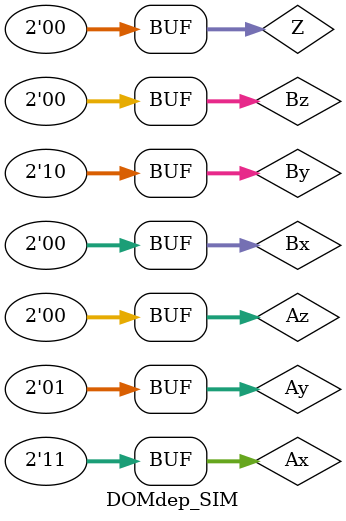
<source format=v>
module DOMdep_SIM();
    
    reg[1:0] Ax, Bx, Ay, By, Az, Bz, Z;
    wire[1:0] Aq, Bq;
    
    DOMdep dom(.Ax(Ax), .Ay(Ay), .Az(Az), .Bx(Bx), .By(By), .Bz(Bz), .Z(Z), .Aq(Aq), .Bq(Bq));
    
    
    initial begin 
    
       Ax = 2'd3;
       Ay = 2'd1;
       Bx = 2'd0;
       By = 2'd2;
       
       Az = 2'd0;
       Bz = 2'd0;
       Z = 2'd0;    
    
    end
    
    
endmodule

</source>
